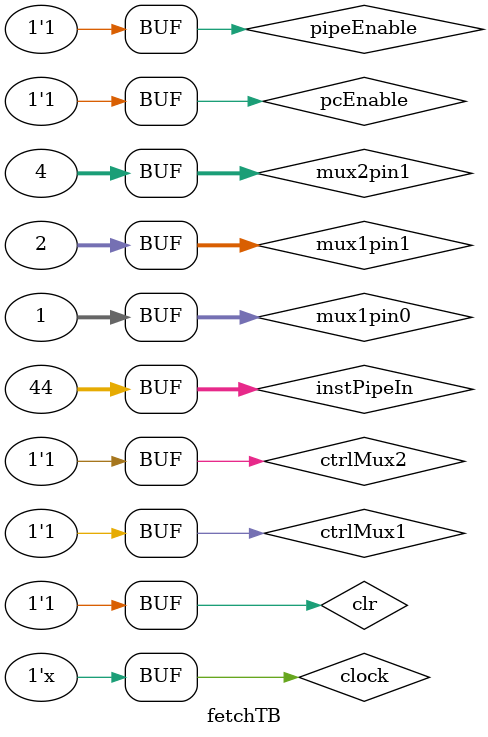
<source format=sv>
module fetchTB();
logic clock;
logic clr;
logic pipeEnable;
logic pcEnable;
logic ctrlMux1;
logic ctrlMux2;
logic [31:0] mux1pin0;
logic [31:0] mux1pin1;
logic [31:0] mux2pin1;
logic [31:0] instPipeIn;
logic [31:0] addressMem; //OUTPUTS
logic [31:0] instPipeOut; //OUTPUTS
logic [31:0] pcPlus4; //OUTPUTS

fetch dut (.clock(clock),
          .clearPipe(clr),
          .pcEnable(pcEnable),
          .pipeEnable(pipeEnable),
          .ctrlMux1(ctrlMux1),
          .ctrlMux2(ctrlMux2),
          .mux1pin0(mux1pin0),
          .mux1pin1(mux1pin1),
          .mux2pin1(mux2pin1),
          .instPipeIn(instPipeIn),
          .addressMem(addressMem),
          .instPipeOut(instPipeOut),
          .pcPlus4(pcPlus4)
           );

initial begin
  mux1pin0 <= 32'h0001;
  mux1pin1 <= 32'h0002;
  mux2pin1 <= 32'h0003;
  instPipeIn <= 32'h000A;
  ctrlMux1 = 1;
  ctrlMux2 = 1;
  pipeEnable = 1;
  pcEnable = 1;
  clr <= 1;
  clock <= 1;
  #10
  clr <= 0;
  #10
  clr <= 1;
  #10
  ctrlMux1 = 0;
  #10
  ctrlMux1 = 1;
  ctrlMux2 = 0;
  #10
  ctrlMux2 = 1;
  #10
  instPipeIn <= 32'h000B;
  #10;
  pipeEnable <= 0;
  instPipeIn <= 32'h001A;
  #10;
  pcEnable = 0;
  pipeEnable <= 1;
  instPipeIn <= 32'h002C;
  #10
  mux2pin1 <= 32'hFFFF;
  #10
  mux2pin1 <= 32'h0004;
  pcEnable <= 1;
end

always
	begin
	clock=!clock;
	#10;
	end

endmodule

</source>
